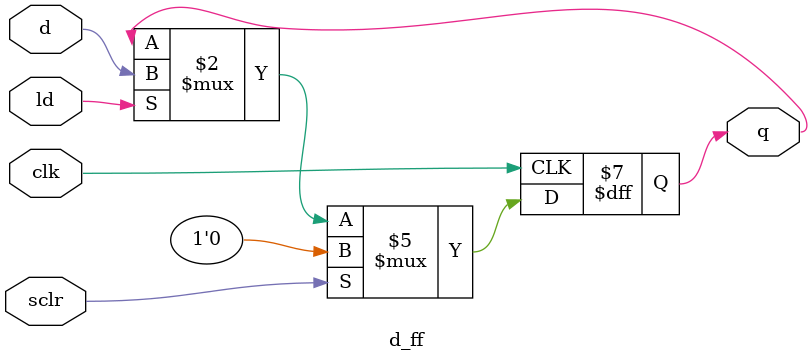
<source format=v>
`timescale 1ns / 1ps

module d_ff(d, sclr, ld, clk, q);
  input d, sclr, ld, clk;
  output q;
  reg q;
  
  always @(posedge clk)
    if (sclr)
      q <= 1'b0;
    else if (ld)
      q <= d;
      
endmodule

</source>
